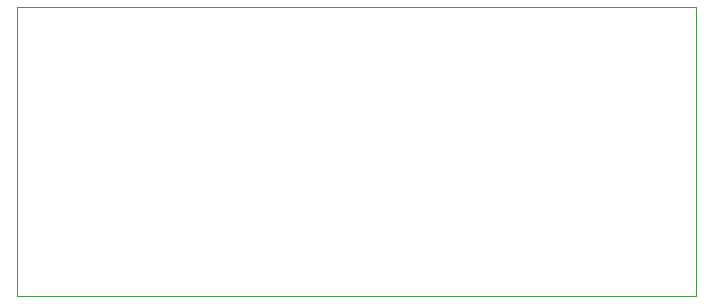
<source format=gbr>
G04 #@! TF.GenerationSoftware,KiCad,Pcbnew,5.1.0-unknown-ca7aec2~82~ubuntu18.04.1*
G04 #@! TF.CreationDate,2019-04-12T10:54:20-06:00*
G04 #@! TF.ProjectId,batteryMonitor,62617474-6572-4794-9d6f-6e69746f722e,rev?*
G04 #@! TF.SameCoordinates,Original*
G04 #@! TF.FileFunction,Profile,NP*
%FSLAX46Y46*%
G04 Gerber Fmt 4.6, Leading zero omitted, Abs format (unit mm)*
G04 Created by KiCad (PCBNEW 5.1.0-unknown-ca7aec2~82~ubuntu18.04.1) date 2019-04-12 10:54:20*
%MOMM*%
%LPD*%
G04 APERTURE LIST*
%ADD10C,0.050000*%
G04 APERTURE END LIST*
D10*
X90250000Y-70250000D02*
X90500000Y-70250000D01*
X90250000Y-94750000D02*
X90250000Y-70250000D01*
X147750000Y-94750000D02*
X90250000Y-94750000D01*
X147750000Y-70250000D02*
X147750000Y-94750000D01*
X90500000Y-70250000D02*
X147750000Y-70250000D01*
M02*

</source>
